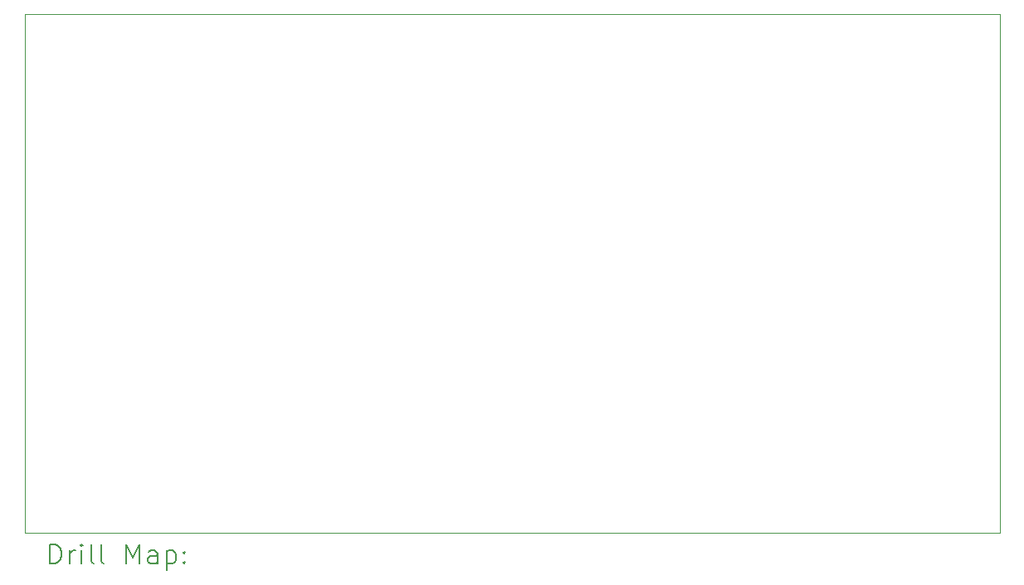
<source format=gbr>
%TF.GenerationSoftware,KiCad,Pcbnew,9.0.1*%
%TF.CreationDate,2025-05-12T16:28:47+02:00*%
%TF.ProjectId,Verst_rker,56657273-74e4-4726-9b65-722e6b696361,1*%
%TF.SameCoordinates,Original*%
%TF.FileFunction,Drillmap*%
%TF.FilePolarity,Positive*%
%FSLAX45Y45*%
G04 Gerber Fmt 4.5, Leading zero omitted, Abs format (unit mm)*
G04 Created by KiCad (PCBNEW 9.0.1) date 2025-05-12 16:28:47*
%MOMM*%
%LPD*%
G01*
G04 APERTURE LIST*
%ADD10C,0.050000*%
%ADD11C,0.200000*%
G04 APERTURE END LIST*
D10*
X3700000Y-5900000D02*
X13650000Y-5900000D01*
X13650000Y-11200000D01*
X3700000Y-11200000D01*
X3700000Y-5900000D01*
D11*
X3958277Y-11513984D02*
X3958277Y-11313984D01*
X3958277Y-11313984D02*
X4005896Y-11313984D01*
X4005896Y-11313984D02*
X4034467Y-11323508D01*
X4034467Y-11323508D02*
X4053515Y-11342555D01*
X4053515Y-11342555D02*
X4063039Y-11361603D01*
X4063039Y-11361603D02*
X4072562Y-11399698D01*
X4072562Y-11399698D02*
X4072562Y-11428269D01*
X4072562Y-11428269D02*
X4063039Y-11466365D01*
X4063039Y-11466365D02*
X4053515Y-11485412D01*
X4053515Y-11485412D02*
X4034467Y-11504460D01*
X4034467Y-11504460D02*
X4005896Y-11513984D01*
X4005896Y-11513984D02*
X3958277Y-11513984D01*
X4158277Y-11513984D02*
X4158277Y-11380650D01*
X4158277Y-11418746D02*
X4167801Y-11399698D01*
X4167801Y-11399698D02*
X4177324Y-11390174D01*
X4177324Y-11390174D02*
X4196372Y-11380650D01*
X4196372Y-11380650D02*
X4215420Y-11380650D01*
X4282086Y-11513984D02*
X4282086Y-11380650D01*
X4282086Y-11313984D02*
X4272563Y-11323508D01*
X4272563Y-11323508D02*
X4282086Y-11333031D01*
X4282086Y-11333031D02*
X4291610Y-11323508D01*
X4291610Y-11323508D02*
X4282086Y-11313984D01*
X4282086Y-11313984D02*
X4282086Y-11333031D01*
X4405896Y-11513984D02*
X4386848Y-11504460D01*
X4386848Y-11504460D02*
X4377324Y-11485412D01*
X4377324Y-11485412D02*
X4377324Y-11313984D01*
X4510658Y-11513984D02*
X4491610Y-11504460D01*
X4491610Y-11504460D02*
X4482086Y-11485412D01*
X4482086Y-11485412D02*
X4482086Y-11313984D01*
X4739229Y-11513984D02*
X4739229Y-11313984D01*
X4739229Y-11313984D02*
X4805896Y-11456841D01*
X4805896Y-11456841D02*
X4872563Y-11313984D01*
X4872563Y-11313984D02*
X4872563Y-11513984D01*
X5053515Y-11513984D02*
X5053515Y-11409222D01*
X5053515Y-11409222D02*
X5043991Y-11390174D01*
X5043991Y-11390174D02*
X5024944Y-11380650D01*
X5024944Y-11380650D02*
X4986848Y-11380650D01*
X4986848Y-11380650D02*
X4967801Y-11390174D01*
X5053515Y-11504460D02*
X5034467Y-11513984D01*
X5034467Y-11513984D02*
X4986848Y-11513984D01*
X4986848Y-11513984D02*
X4967801Y-11504460D01*
X4967801Y-11504460D02*
X4958277Y-11485412D01*
X4958277Y-11485412D02*
X4958277Y-11466365D01*
X4958277Y-11466365D02*
X4967801Y-11447317D01*
X4967801Y-11447317D02*
X4986848Y-11437793D01*
X4986848Y-11437793D02*
X5034467Y-11437793D01*
X5034467Y-11437793D02*
X5053515Y-11428269D01*
X5148753Y-11380650D02*
X5148753Y-11580650D01*
X5148753Y-11390174D02*
X5167801Y-11380650D01*
X5167801Y-11380650D02*
X5205896Y-11380650D01*
X5205896Y-11380650D02*
X5224944Y-11390174D01*
X5224944Y-11390174D02*
X5234467Y-11399698D01*
X5234467Y-11399698D02*
X5243991Y-11418746D01*
X5243991Y-11418746D02*
X5243991Y-11475888D01*
X5243991Y-11475888D02*
X5234467Y-11494936D01*
X5234467Y-11494936D02*
X5224944Y-11504460D01*
X5224944Y-11504460D02*
X5205896Y-11513984D01*
X5205896Y-11513984D02*
X5167801Y-11513984D01*
X5167801Y-11513984D02*
X5148753Y-11504460D01*
X5329705Y-11494936D02*
X5339229Y-11504460D01*
X5339229Y-11504460D02*
X5329705Y-11513984D01*
X5329705Y-11513984D02*
X5320182Y-11504460D01*
X5320182Y-11504460D02*
X5329705Y-11494936D01*
X5329705Y-11494936D02*
X5329705Y-11513984D01*
X5329705Y-11390174D02*
X5339229Y-11399698D01*
X5339229Y-11399698D02*
X5329705Y-11409222D01*
X5329705Y-11409222D02*
X5320182Y-11399698D01*
X5320182Y-11399698D02*
X5329705Y-11390174D01*
X5329705Y-11390174D02*
X5329705Y-11409222D01*
M02*

</source>
